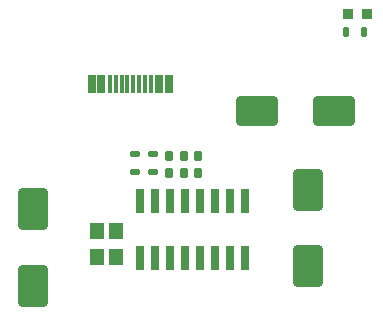
<source format=gbr>
%FSLAX46Y46*%
%MOMM*%
%AMPS12*
21,1,0.800000,0.800000,0.000000,0.000000,0.000000*
%
%ADD12PS12*%
%AMPS20*
21,1,0.600000,1.450000,0.000000,0.000000,180.000000*
%
%ADD20PS20*%
%AMPS17*
21,1,0.600000,1.950000,0.000000,0.000000,0.000000*
%
%ADD17PS17*%
%AMPS18*
21,1,0.600000,1.950000,0.000000,0.000000,180.000000*
%
%ADD18PS18*%
%AMPS19*
21,1,0.300000,1.450000,0.000000,0.000000,180.000000*
%
%ADD19PS19*%
%AMPS10*
21,1,1.400000,1.200000,0.000000,0.000000,90.000000*
%
%ADD10PS10*%
%AMPS13*
1,1,0.360000,0.195000,-0.220000*
1,1,0.360000,-0.195000,-0.220000*
21,1,0.800000,0.390000,0.000000,0.000000,90.000000*
21,1,0.440000,0.750000,0.000000,0.000000,90.000000*
1,1,0.360000,0.195000,0.220000*
1,1,0.360000,-0.195000,0.220000*
%
%ADD13PS13*%
%AMPS11*
1,1,0.240000,-0.130000,-0.330000*
1,1,0.240000,-0.130000,0.330000*
21,1,0.500000,0.660000,0.000000,0.000000,0.000000*
21,1,0.260000,0.900000,0.000000,0.000000,0.000000*
1,1,0.240000,0.130000,-0.330000*
1,1,0.240000,0.130000,0.330000*
%
%ADD11PS11*%
%AMPS16*
1,1,0.240000,-0.330000,0.130000*
1,1,0.240000,0.330000,0.130000*
21,1,0.500000,0.660000,0.000000,0.000000,270.000000*
21,1,0.260000,0.900000,0.000000,0.000000,270.000000*
1,1,0.240000,-0.330000,-0.130000*
1,1,0.240000,0.330000,-0.130000*
%
%ADD16PS16*%
%AMPS14*
1,1,0.500000,-1.500000,-1.000000*
1,1,0.500000,-1.500000,1.000000*
21,1,3.500000,2.000000,0.000000,0.000000,0.000000*
21,1,3.000000,2.500000,0.000000,0.000000,0.000000*
1,1,0.500000,1.500000,-1.000000*
1,1,0.500000,1.500000,1.000000*
%
%ADD14PS14*%
%AMPS15*
1,1,0.500000,1.000000,-1.500000*
1,1,0.500000,-1.000000,-1.500000*
21,1,3.500000,2.000000,0.000000,0.000000,90.000000*
21,1,3.000000,2.500000,0.000000,0.000000,90.000000*
1,1,0.500000,1.000000,1.500000*
1,1,0.500000,-1.000000,1.500000*
%
%ADD15PS15*%
G01*
G01*
%LPD*%
G75*
D10*
X11950000Y24850000D03*
D10*
X11950000Y22650000D03*
D10*
X13550000Y22650000D03*
D10*
X13550000Y24850000D03*
D11*
X33000000Y41750000D03*
D11*
X34500000Y41750000D03*
D12*
X33200000Y43250000D03*
D12*
X34800000Y43250000D03*
D13*
X18000000Y31250000D03*
D13*
X18000000Y29750000D03*
D14*
X25500000Y35000000D03*
D14*
X32000000Y35000000D03*
D15*
X29750000Y21875000D03*
D15*
X29750000Y28375000D03*
D13*
X19250000Y31250000D03*
D13*
X19250000Y29750000D03*
D13*
X20500000Y31250000D03*
D13*
X20500000Y29750000D03*
D16*
X15125000Y31375000D03*
D16*
X15125000Y29875000D03*
D17*
X21905000Y22550000D03*
D18*
X23175000Y27450000D03*
D17*
X19365000Y22550000D03*
D18*
X24445000Y27450000D03*
D18*
X16825000Y27450000D03*
D18*
X18095000Y27450000D03*
D17*
X16825000Y22550000D03*
D18*
X20635000Y27450000D03*
D18*
X21905000Y27450000D03*
D17*
X18095000Y22550000D03*
D18*
X15555000Y27450000D03*
D17*
X20635000Y22550000D03*
D17*
X23175000Y22550000D03*
D17*
X24445000Y22550000D03*
D17*
X15555000Y22550000D03*
D18*
X19365000Y27450000D03*
D19*
X13500000Y37280000D03*
D19*
X15500000Y37280000D03*
D19*
X16500000Y37280000D03*
D19*
X15000000Y37280000D03*
D19*
X13000000Y37280000D03*
D20*
X18000000Y37280000D03*
D20*
X17200000Y37280000D03*
D19*
X16000000Y37280000D03*
D20*
X12300000Y37280000D03*
D19*
X14500000Y37280000D03*
D20*
X11500000Y37280000D03*
D19*
X14000000Y37280000D03*
D16*
X16625000Y31375000D03*
D16*
X16625000Y29875000D03*
D15*
X6500000Y20250000D03*
D15*
X6500000Y26750000D03*
M02*

</source>
